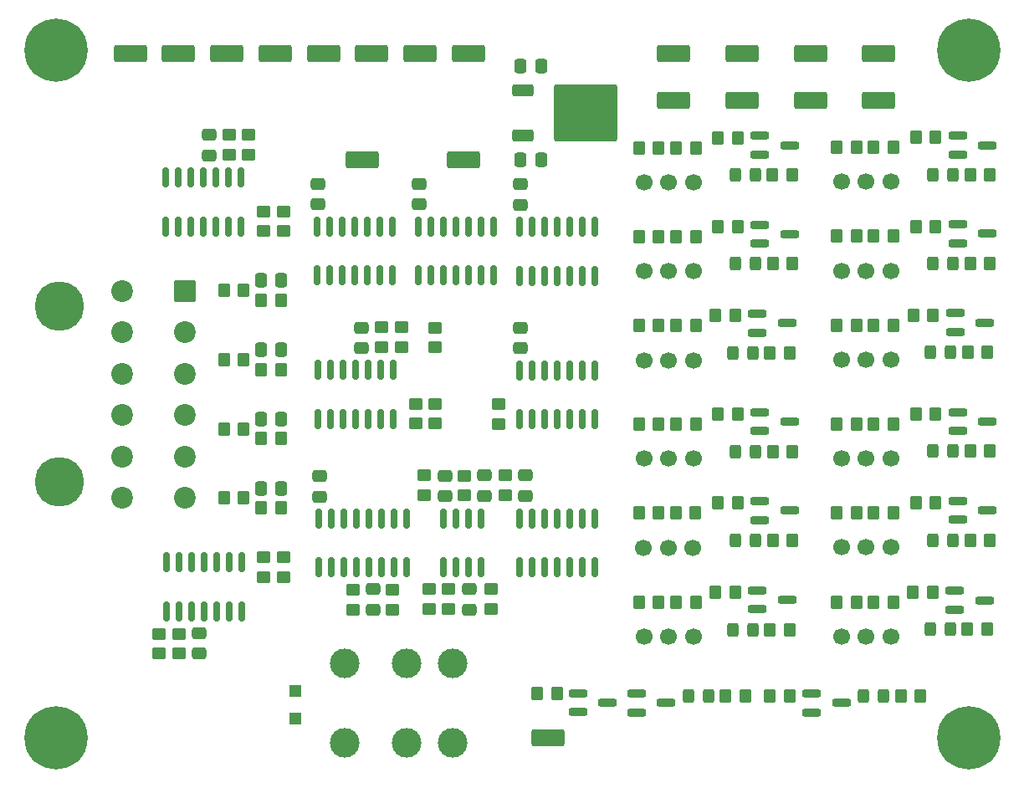
<source format=gbr>
%TF.GenerationSoftware,KiCad,Pcbnew,9.0.3*%
%TF.CreationDate,2025-12-22T19:21:40+07:00*%
%TF.ProjectId,BSPD v4 Rev 5,42535044-2076-4342-9052-657620352e6b,rev?*%
%TF.SameCoordinates,Original*%
%TF.FileFunction,Soldermask,Top*%
%TF.FilePolarity,Negative*%
%FSLAX46Y46*%
G04 Gerber Fmt 4.6, Leading zero omitted, Abs format (unit mm)*
G04 Created by KiCad (PCBNEW 9.0.3) date 2025-12-22 19:21:40*
%MOMM*%
%LPD*%
G01*
G04 APERTURE LIST*
G04 Aperture macros list*
%AMRoundRect*
0 Rectangle with rounded corners*
0 $1 Rounding radius*
0 $2 $3 $4 $5 $6 $7 $8 $9 X,Y pos of 4 corners*
0 Add a 4 corners polygon primitive as box body*
4,1,4,$2,$3,$4,$5,$6,$7,$8,$9,$2,$3,0*
0 Add four circle primitives for the rounded corners*
1,1,$1+$1,$2,$3*
1,1,$1+$1,$4,$5*
1,1,$1+$1,$6,$7*
1,1,$1+$1,$8,$9*
0 Add four rect primitives between the rounded corners*
20,1,$1+$1,$2,$3,$4,$5,0*
20,1,$1+$1,$4,$5,$6,$7,0*
20,1,$1+$1,$6,$7,$8,$9,0*
20,1,$1+$1,$8,$9,$2,$3,0*%
G04 Aperture macros list end*
%ADD10RoundRect,0.250000X0.350000X0.450000X-0.350000X0.450000X-0.350000X-0.450000X0.350000X-0.450000X0*%
%ADD11RoundRect,0.250000X-0.325000X-0.450000X0.325000X-0.450000X0.325000X0.450000X-0.325000X0.450000X0*%
%ADD12RoundRect,0.250000X0.450000X-0.350000X0.450000X0.350000X-0.450000X0.350000X-0.450000X-0.350000X0*%
%ADD13C,0.800000*%
%ADD14C,6.400000*%
%ADD15RoundRect,0.250000X-0.350000X-0.450000X0.350000X-0.450000X0.350000X0.450000X-0.350000X0.450000X0*%
%ADD16RoundRect,0.150000X0.150000X-0.825000X0.150000X0.825000X-0.150000X0.825000X-0.150000X-0.825000X0*%
%ADD17RoundRect,0.258000X-1.427000X-0.602000X1.427000X-0.602000X1.427000X0.602000X-1.427000X0.602000X0*%
%ADD18RoundRect,0.250000X-0.450000X0.350000X-0.450000X-0.350000X0.450000X-0.350000X0.450000X0.350000X0*%
%ADD19C,1.700000*%
%ADD20RoundRect,0.250000X0.475000X-0.337500X0.475000X0.337500X-0.475000X0.337500X-0.475000X-0.337500X0*%
%ADD21C,5.000000*%
%ADD22RoundRect,0.150000X0.960000X-0.950000X0.960000X0.950000X-0.960000X0.950000X-0.960000X-0.950000X0*%
%ADD23C,2.200000*%
%ADD24C,3.000000*%
%ADD25RoundRect,0.200000X-0.750000X-0.200000X0.750000X-0.200000X0.750000X0.200000X-0.750000X0.200000X0*%
%ADD26RoundRect,0.250000X-0.337500X-0.475000X0.337500X-0.475000X0.337500X0.475000X-0.337500X0.475000X0*%
%ADD27RoundRect,0.150000X-0.150000X0.825000X-0.150000X-0.825000X0.150000X-0.825000X0.150000X0.825000X0*%
%ADD28RoundRect,0.250000X-0.475000X0.337500X-0.475000X-0.337500X0.475000X-0.337500X0.475000X0.337500X0*%
%ADD29RoundRect,0.250000X-0.850000X-0.350000X0.850000X-0.350000X0.850000X0.350000X-0.850000X0.350000X0*%
%ADD30RoundRect,0.249997X-2.950003X-2.650003X2.950003X-2.650003X2.950003X2.650003X-2.950003X2.650003X0*%
%ADD31R,1.200000X1.200000*%
G04 APERTURE END LIST*
D10*
%TO.C,R52*%
X219525000Y-112030000D03*
X217525000Y-112030000D03*
%TD*%
D11*
%TO.C,D3*%
X213475000Y-102050000D03*
X215525000Y-102050000D03*
%TD*%
D12*
%TO.C,R78*%
X184750000Y-127987500D03*
X184750000Y-125987500D03*
%TD*%
D11*
%TO.C,D1*%
X213750000Y-84050000D03*
X215800000Y-84050000D03*
%TD*%
D13*
%TO.C,H4*%
X234950000Y-141000000D03*
X235652944Y-139302944D03*
X235652944Y-142697056D03*
X237350000Y-138600000D03*
D14*
X237350000Y-141000000D03*
D13*
X237350000Y-143400000D03*
X239047056Y-139302944D03*
X239047056Y-142697056D03*
X239750000Y-141000000D03*
%TD*%
D15*
%TO.C,R11*%
X204000000Y-127310000D03*
X206000000Y-127310000D03*
%TD*%
D16*
%TO.C,U20*%
X191940000Y-108762500D03*
X193210000Y-108762500D03*
X194480000Y-108762500D03*
X195750000Y-108762500D03*
X197020000Y-108762500D03*
X198290000Y-108762500D03*
X199560000Y-108762500D03*
X199560000Y-103812500D03*
X198290000Y-103812500D03*
X197020000Y-103812500D03*
X195750000Y-103812500D03*
X194480000Y-103812500D03*
X193210000Y-103812500D03*
X191940000Y-103812500D03*
%TD*%
D17*
%TO.C,TP11*%
X221333333Y-76500000D03*
%TD*%
D18*
%TO.C,R74*%
X190500000Y-114450000D03*
X190500000Y-116450000D03*
%TD*%
D15*
%TO.C,R4*%
X207750000Y-90305000D03*
X209750000Y-90305000D03*
%TD*%
D19*
%TO.C,RV2*%
X204500000Y-93805000D03*
X207000000Y-93805000D03*
X209500000Y-93805000D03*
%TD*%
D11*
%TO.C,D14*%
X208975000Y-136750000D03*
X211025000Y-136750000D03*
%TD*%
D15*
%TO.C,R6*%
X207750000Y-99300000D03*
X209750000Y-99300000D03*
%TD*%
D20*
%TO.C,C10*%
X171500000Y-87025000D03*
X171500000Y-84950000D03*
%TD*%
D21*
%TO.C,J1*%
X145300000Y-115140000D03*
X145300000Y-97360000D03*
D22*
X158000000Y-95770000D03*
D23*
X158000000Y-99960000D03*
X158000000Y-104150000D03*
X158000000Y-108350000D03*
X158000000Y-112540000D03*
X158000000Y-116730000D03*
X151650000Y-116730000D03*
X151650000Y-112540000D03*
X151650000Y-108350000D03*
X151650000Y-104150000D03*
X151650000Y-99960000D03*
X151650000Y-95770000D03*
%TD*%
D20*
%TO.C,C14*%
X188345000Y-116525000D03*
X188345000Y-114450000D03*
%TD*%
D24*
%TO.C,U23*%
X174200000Y-133500000D03*
X174200000Y-141500000D03*
X180500000Y-141500000D03*
X185150000Y-141500000D03*
X185150000Y-133500000D03*
X180500000Y-133500000D03*
%TD*%
D18*
%TO.C,R72*%
X189750000Y-107250000D03*
X189750000Y-109250000D03*
%TD*%
D16*
%TO.C,U17*%
X181690000Y-94212500D03*
X182960000Y-94212500D03*
X184230000Y-94212500D03*
X185500000Y-94212500D03*
X186770000Y-94212500D03*
X188040000Y-94212500D03*
X189310000Y-94212500D03*
X189310000Y-89262500D03*
X188040000Y-89262500D03*
X186770000Y-89262500D03*
X185500000Y-89262500D03*
X184230000Y-89262500D03*
X182960000Y-89262500D03*
X181690000Y-89262500D03*
%TD*%
D15*
%TO.C,R48*%
X231700000Y-126300000D03*
X233700000Y-126300000D03*
%TD*%
D12*
%TO.C,R82*%
X175055000Y-128025000D03*
X175055000Y-126025000D03*
%TD*%
D15*
%TO.C,R16*%
X227750000Y-90250000D03*
X229750000Y-90250000D03*
%TD*%
D19*
%TO.C,RV3*%
X204500000Y-102800000D03*
X207000000Y-102800000D03*
X209500000Y-102800000D03*
%TD*%
D15*
%TO.C,R7*%
X204000000Y-109280000D03*
X206000000Y-109280000D03*
%TD*%
D17*
%TO.C,TP15*%
X207500000Y-71750000D03*
%TD*%
D15*
%TO.C,R67*%
X165750000Y-103750000D03*
X167750000Y-103750000D03*
%TD*%
D25*
%TO.C,U8*%
X216250000Y-108080000D03*
X216250000Y-109980000D03*
X219250000Y-109030000D03*
%TD*%
D11*
%TO.C,D10*%
X233750000Y-112015000D03*
X235800000Y-112015000D03*
%TD*%
D20*
%TO.C,C18*%
X177055000Y-128062500D03*
X177055000Y-125987500D03*
%TD*%
D15*
%TO.C,R41*%
X212000000Y-117270000D03*
X214000000Y-117270000D03*
%TD*%
D25*
%TO.C,U10*%
X215975000Y-126110000D03*
X215975000Y-128010000D03*
X218975000Y-127060000D03*
%TD*%
D19*
%TO.C,RV7*%
X224500000Y-84750000D03*
X227000000Y-84750000D03*
X229500000Y-84750000D03*
%TD*%
D20*
%TO.C,C1*%
X160500000Y-82062500D03*
X160500000Y-79987500D03*
%TD*%
%TO.C,C19*%
X171695000Y-116600000D03*
X171695000Y-114525000D03*
%TD*%
D10*
%TO.C,R53*%
X219525000Y-121020000D03*
X217525000Y-121020000D03*
%TD*%
D13*
%TO.C,H2*%
X234950000Y-71400000D03*
X235652944Y-69702944D03*
X235652944Y-73097056D03*
X237350000Y-69000000D03*
D14*
X237350000Y-71400000D03*
D13*
X237350000Y-73800000D03*
X239047056Y-69702944D03*
X239047056Y-73097056D03*
X239750000Y-71400000D03*
%TD*%
%TO.C,H3*%
X142600000Y-141000000D03*
X143302944Y-139302944D03*
X143302944Y-142697056D03*
X145000000Y-138600000D03*
D14*
X145000000Y-141000000D03*
D13*
X145000000Y-143400000D03*
X146697056Y-139302944D03*
X146697056Y-142697056D03*
X147400000Y-141000000D03*
%TD*%
D10*
%TO.C,R40*%
X214000000Y-108280000D03*
X212000000Y-108280000D03*
%TD*%
D26*
%TO.C,C15*%
X192000000Y-82500000D03*
X194075000Y-82500000D03*
%TD*%
D17*
%TO.C,TP29*%
X176000000Y-82500000D03*
%TD*%
D16*
%TO.C,U19*%
X191940000Y-94250000D03*
X193210000Y-94250000D03*
X194480000Y-94250000D03*
X195750000Y-94250000D03*
X197020000Y-94250000D03*
X198290000Y-94250000D03*
X199560000Y-94250000D03*
X199560000Y-89300000D03*
X198290000Y-89300000D03*
X197020000Y-89300000D03*
X195750000Y-89300000D03*
X194480000Y-89300000D03*
X193210000Y-89300000D03*
X191940000Y-89300000D03*
%TD*%
D18*
%TO.C,R76*%
X189000000Y-125950000D03*
X189000000Y-127950000D03*
%TD*%
D15*
%TO.C,R66*%
X165750000Y-110750000D03*
X167750000Y-110750000D03*
%TD*%
D17*
%TO.C,TP2*%
X176964286Y-71750000D03*
%TD*%
D26*
%TO.C,C11*%
X192000000Y-73000000D03*
X194075000Y-73000000D03*
%TD*%
D10*
%TO.C,R56*%
X239525000Y-93000000D03*
X237525000Y-93000000D03*
%TD*%
D25*
%TO.C,U16*%
X235950000Y-126150000D03*
X235950000Y-128050000D03*
X238950000Y-127100000D03*
%TD*%
%TO.C,U26*%
X203750000Y-136550000D03*
X203750000Y-138450000D03*
X206750000Y-137500000D03*
%TD*%
D11*
%TO.C,D6*%
X213475000Y-130060000D03*
X215525000Y-130060000D03*
%TD*%
D18*
%TO.C,R32*%
X181370000Y-107225000D03*
X181370000Y-109225000D03*
%TD*%
D10*
%TO.C,R46*%
X234000000Y-108265000D03*
X232000000Y-108265000D03*
%TD*%
D17*
%TO.C,TP3*%
X214416667Y-71750000D03*
%TD*%
D18*
%TO.C,R31*%
X183370000Y-107225000D03*
X183370000Y-109225000D03*
%TD*%
D15*
%TO.C,R8*%
X207750000Y-109280000D03*
X209750000Y-109280000D03*
%TD*%
%TO.C,R42*%
X211725000Y-126310000D03*
X213725000Y-126310000D03*
%TD*%
%TO.C,R15*%
X224000000Y-90250000D03*
X226000000Y-90250000D03*
%TD*%
D11*
%TO.C,D7*%
X233750000Y-84000000D03*
X235800000Y-84000000D03*
%TD*%
D17*
%TO.C,TP4*%
X214416667Y-76500000D03*
%TD*%
D15*
%TO.C,R62*%
X162000000Y-109750000D03*
X164000000Y-109750000D03*
%TD*%
%TO.C,R64*%
X162000000Y-95750000D03*
X164000000Y-95750000D03*
%TD*%
%TO.C,R70*%
X193725000Y-136500000D03*
X195725000Y-136500000D03*
%TD*%
D11*
%TO.C,D8*%
X233750000Y-93000000D03*
X235800000Y-93000000D03*
%TD*%
D17*
%TO.C,TP10*%
X228250000Y-71750000D03*
%TD*%
D11*
%TO.C,D9*%
X233500000Y-101990000D03*
X235550000Y-101990000D03*
%TD*%
D17*
%TO.C,TP7*%
X181857143Y-71750000D03*
%TD*%
%TO.C,TP6*%
X167178571Y-71750000D03*
%TD*%
D10*
%TO.C,R55*%
X239525000Y-84000000D03*
X237525000Y-84000000D03*
%TD*%
D15*
%TO.C,R61*%
X162000000Y-116750000D03*
X164000000Y-116750000D03*
%TD*%
D18*
%TO.C,R28*%
X166000000Y-87750000D03*
X166000000Y-89750000D03*
%TD*%
D17*
%TO.C,TP30*%
X186250000Y-82500000D03*
%TD*%
D15*
%TO.C,R63*%
X162000000Y-102750000D03*
X164000000Y-102750000D03*
%TD*%
D26*
%TO.C,C8*%
X165712500Y-94750000D03*
X167787500Y-94750000D03*
%TD*%
D15*
%TO.C,R18*%
X227750000Y-99240000D03*
X229750000Y-99240000D03*
%TD*%
D25*
%TO.C,U6*%
X216250000Y-89105000D03*
X216250000Y-91005000D03*
X219250000Y-90055000D03*
%TD*%
D18*
%TO.C,R26*%
X164500000Y-80000000D03*
X164500000Y-82000000D03*
%TD*%
D11*
%TO.C,D15*%
X226700000Y-136750000D03*
X228750000Y-136750000D03*
%TD*%
D10*
%TO.C,R51*%
X219250000Y-102050000D03*
X217250000Y-102050000D03*
%TD*%
D18*
%TO.C,R29*%
X177930000Y-99475000D03*
X177930000Y-101475000D03*
%TD*%
D25*
%TO.C,U15*%
X236250000Y-117050000D03*
X236250000Y-118950000D03*
X239250000Y-118000000D03*
%TD*%
D15*
%TO.C,R38*%
X212000000Y-89305000D03*
X214000000Y-89305000D03*
%TD*%
D12*
%TO.C,R33*%
X157440000Y-132500000D03*
X157440000Y-130500000D03*
%TD*%
D15*
%TO.C,R19*%
X224000000Y-109265000D03*
X226000000Y-109265000D03*
%TD*%
D10*
%TO.C,R58*%
X239525000Y-112015000D03*
X237525000Y-112015000D03*
%TD*%
D17*
%TO.C,TP1*%
X157392857Y-71750000D03*
%TD*%
D27*
%TO.C,U2*%
X179120000Y-103775000D03*
X177850000Y-103775000D03*
X176580000Y-103775000D03*
X175310000Y-103775000D03*
X174040000Y-103775000D03*
X172770000Y-103775000D03*
X171500000Y-103775000D03*
X171500000Y-108725000D03*
X172770000Y-108725000D03*
X174040000Y-108725000D03*
X175310000Y-108725000D03*
X176580000Y-108725000D03*
X177850000Y-108725000D03*
X179120000Y-108725000D03*
%TD*%
D28*
%TO.C,C13*%
X186845000Y-125950000D03*
X186845000Y-128025000D03*
%TD*%
D15*
%TO.C,R10*%
X207725000Y-118270000D03*
X209725000Y-118270000D03*
%TD*%
D11*
%TO.C,D11*%
X233750000Y-121000000D03*
X235800000Y-121000000D03*
%TD*%
D15*
%TO.C,R3*%
X204000000Y-90305000D03*
X206000000Y-90305000D03*
%TD*%
D18*
%TO.C,R25*%
X162500000Y-80000000D03*
X162500000Y-82000000D03*
%TD*%
D15*
%TO.C,R47*%
X232000000Y-117250000D03*
X234000000Y-117250000D03*
%TD*%
D25*
%TO.C,U9*%
X216250000Y-117070000D03*
X216250000Y-118970000D03*
X219250000Y-118020000D03*
%TD*%
D26*
%TO.C,C6*%
X165712500Y-108750000D03*
X167787500Y-108750000D03*
%TD*%
D12*
%TO.C,R35*%
X166000000Y-124725000D03*
X166000000Y-122725000D03*
%TD*%
D15*
%TO.C,R24*%
X227750000Y-127300000D03*
X229750000Y-127300000D03*
%TD*%
D19*
%TO.C,RV4*%
X204500000Y-112780000D03*
X207000000Y-112780000D03*
X209500000Y-112780000D03*
%TD*%
D25*
%TO.C,U28*%
X221475000Y-136550000D03*
X221475000Y-138450000D03*
X224475000Y-137500000D03*
%TD*%
D20*
%TO.C,C16*%
X192000000Y-101575000D03*
X192000000Y-99500000D03*
%TD*%
D16*
%TO.C,U27*%
X184190000Y-123750000D03*
X185460000Y-123750000D03*
X186730000Y-123750000D03*
X188000000Y-123750000D03*
X188000000Y-118800000D03*
X186730000Y-118800000D03*
X185460000Y-118800000D03*
X184190000Y-118800000D03*
%TD*%
D10*
%TO.C,R54*%
X219250000Y-130060000D03*
X217250000Y-130060000D03*
%TD*%
D25*
%TO.C,U5*%
X216250000Y-80100000D03*
X216250000Y-82000000D03*
X219250000Y-81050000D03*
%TD*%
D17*
%TO.C,TP5*%
X162285714Y-71750000D03*
%TD*%
D15*
%TO.C,R12*%
X207750000Y-127310000D03*
X209750000Y-127310000D03*
%TD*%
D11*
%TO.C,D5*%
X213750000Y-121020000D03*
X215800000Y-121020000D03*
%TD*%
D25*
%TO.C,U12*%
X236250000Y-89050000D03*
X236250000Y-90950000D03*
X239250000Y-90000000D03*
%TD*%
D28*
%TO.C,C3*%
X159500000Y-130400000D03*
X159500000Y-132475000D03*
%TD*%
D25*
%TO.C,U24*%
X197827944Y-136527944D03*
X197827944Y-138427944D03*
X200827944Y-137477944D03*
%TD*%
D15*
%TO.C,R13*%
X224000000Y-81250000D03*
X226000000Y-81250000D03*
%TD*%
D29*
%TO.C,U22*%
X192287500Y-75500000D03*
D30*
X198587500Y-77780000D03*
D29*
X192287500Y-80060000D03*
%TD*%
D17*
%TO.C,TP13*%
X152500000Y-71750000D03*
%TD*%
D10*
%TO.C,R60*%
X239225000Y-130050000D03*
X237225000Y-130050000D03*
%TD*%
D25*
%TO.C,U7*%
X215975000Y-98100000D03*
X215975000Y-100000000D03*
X218975000Y-99050000D03*
%TD*%
D26*
%TO.C,C7*%
X165712500Y-101750000D03*
X167787500Y-101750000D03*
%TD*%
D20*
%TO.C,C2*%
X175870000Y-101575000D03*
X175870000Y-99500000D03*
%TD*%
D15*
%TO.C,R22*%
X227750000Y-118250000D03*
X229750000Y-118250000D03*
%TD*%
%TO.C,R2*%
X207750000Y-81300000D03*
X209750000Y-81300000D03*
%TD*%
%TO.C,R39*%
X211725000Y-98300000D03*
X213725000Y-98300000D03*
%TD*%
D10*
%TO.C,R49*%
X219500000Y-84050000D03*
X217500000Y-84050000D03*
%TD*%
D15*
%TO.C,R45*%
X231750000Y-98240000D03*
X233750000Y-98240000D03*
%TD*%
D10*
%TO.C,R37*%
X214000000Y-80300000D03*
X212000000Y-80300000D03*
%TD*%
D11*
%TO.C,D12*%
X233450000Y-130050000D03*
X235500000Y-130050000D03*
%TD*%
D16*
%TO.C,U3*%
X156190000Y-128200000D03*
X157460000Y-128200000D03*
X158730000Y-128200000D03*
X160000000Y-128200000D03*
X161270000Y-128200000D03*
X162540000Y-128200000D03*
X163810000Y-128200000D03*
X163810000Y-123250000D03*
X162540000Y-123250000D03*
X161270000Y-123250000D03*
X160000000Y-123250000D03*
X158730000Y-123250000D03*
X157460000Y-123250000D03*
X156190000Y-123250000D03*
%TD*%
D15*
%TO.C,R21*%
X224000000Y-118250000D03*
X226000000Y-118250000D03*
%TD*%
D17*
%TO.C,TP12*%
X228250000Y-76500000D03*
%TD*%
D16*
%TO.C,U18*%
X191940000Y-123750000D03*
X193210000Y-123750000D03*
X194480000Y-123750000D03*
X195750000Y-123750000D03*
X197020000Y-123750000D03*
X198290000Y-123750000D03*
X199560000Y-123750000D03*
X199560000Y-118800000D03*
X198290000Y-118800000D03*
X197020000Y-118800000D03*
X195750000Y-118800000D03*
X194480000Y-118800000D03*
X193210000Y-118800000D03*
X191940000Y-118800000D03*
%TD*%
D20*
%TO.C,C17*%
X184345000Y-116562500D03*
X184345000Y-114487500D03*
%TD*%
D10*
%TO.C,R59*%
X239525000Y-121000000D03*
X237525000Y-121000000D03*
%TD*%
D11*
%TO.C,D4*%
X213750000Y-112030000D03*
X215800000Y-112030000D03*
%TD*%
D18*
%TO.C,R80*%
X179000000Y-126062500D03*
X179000000Y-128062500D03*
%TD*%
D10*
%TO.C,R43*%
X234000000Y-80250000D03*
X232000000Y-80250000D03*
%TD*%
D31*
%TO.C,D13*%
X169250000Y-136250000D03*
X169250000Y-139050000D03*
%TD*%
D15*
%TO.C,R23*%
X224000000Y-127300000D03*
X226000000Y-127300000D03*
%TD*%
D19*
%TO.C,RV12*%
X224500000Y-130800000D03*
X227000000Y-130800000D03*
X229500000Y-130800000D03*
%TD*%
D25*
%TO.C,U11*%
X236250000Y-80100000D03*
X236250000Y-82000000D03*
X239250000Y-81050000D03*
%TD*%
D15*
%TO.C,R14*%
X227750000Y-81250000D03*
X229750000Y-81250000D03*
%TD*%
%TO.C,R65*%
X165750000Y-117750000D03*
X167750000Y-117750000D03*
%TD*%
D19*
%TO.C,RV11*%
X224500000Y-121750000D03*
X227000000Y-121750000D03*
X229500000Y-121750000D03*
%TD*%
D13*
%TO.C,H1*%
X142600000Y-71400000D03*
X143302944Y-69702944D03*
X143302944Y-73097056D03*
X145000000Y-69000000D03*
D14*
X145000000Y-71400000D03*
D13*
X145000000Y-73800000D03*
X146697056Y-69702944D03*
X146697056Y-73097056D03*
X147400000Y-71400000D03*
%TD*%
D18*
%TO.C,R73*%
X182250000Y-114450000D03*
X182250000Y-116450000D03*
%TD*%
D19*
%TO.C,RV8*%
X224500000Y-93750000D03*
X227000000Y-93750000D03*
X229500000Y-93750000D03*
%TD*%
D17*
%TO.C,TP33*%
X194750000Y-141000000D03*
%TD*%
D10*
%TO.C,R50*%
X219525000Y-93055000D03*
X217525000Y-93055000D03*
%TD*%
D19*
%TO.C,RV6*%
X204500000Y-130810000D03*
X207000000Y-130810000D03*
X209500000Y-130810000D03*
%TD*%
D12*
%TO.C,R36*%
X168000000Y-124725000D03*
X168000000Y-122725000D03*
%TD*%
D15*
%TO.C,R9*%
X203975000Y-118270000D03*
X205975000Y-118270000D03*
%TD*%
%TO.C,R81*%
X217225000Y-136750000D03*
X219225000Y-136750000D03*
%TD*%
%TO.C,R68*%
X165750000Y-96750000D03*
X167750000Y-96750000D03*
%TD*%
D25*
%TO.C,U13*%
X236000000Y-98040000D03*
X236000000Y-99940000D03*
X239000000Y-98990000D03*
%TD*%
D19*
%TO.C,RV10*%
X224500000Y-112765000D03*
X227000000Y-112765000D03*
X229500000Y-112765000D03*
%TD*%
D20*
%TO.C,C9*%
X192000000Y-87062500D03*
X192000000Y-84987500D03*
%TD*%
D15*
%TO.C,R1*%
X204000000Y-81300000D03*
X206000000Y-81300000D03*
%TD*%
D19*
%TO.C,RV1*%
X204500000Y-84800000D03*
X207000000Y-84800000D03*
X209500000Y-84800000D03*
%TD*%
D27*
%TO.C,U1*%
X163750000Y-84300000D03*
X162480000Y-84300000D03*
X161210000Y-84300000D03*
X159940000Y-84300000D03*
X158670000Y-84300000D03*
X157400000Y-84300000D03*
X156130000Y-84300000D03*
X156130000Y-89250000D03*
X157400000Y-89250000D03*
X158670000Y-89250000D03*
X159940000Y-89250000D03*
X161210000Y-89250000D03*
X162480000Y-89250000D03*
X163750000Y-89250000D03*
%TD*%
D16*
%TO.C,U25*%
X171555000Y-123762500D03*
X172825000Y-123762500D03*
X174095000Y-123762500D03*
X175365000Y-123762500D03*
X176635000Y-123762500D03*
X177905000Y-123762500D03*
X179175000Y-123762500D03*
X180445000Y-123762500D03*
X180445000Y-118812500D03*
X179175000Y-118812500D03*
X177905000Y-118812500D03*
X176635000Y-118812500D03*
X175365000Y-118812500D03*
X174095000Y-118812500D03*
X172825000Y-118812500D03*
X171555000Y-118812500D03*
%TD*%
D18*
%TO.C,R71*%
X183370000Y-99500000D03*
X183370000Y-101500000D03*
%TD*%
%TO.C,R27*%
X168000000Y-87750000D03*
X168000000Y-89750000D03*
%TD*%
D15*
%TO.C,R17*%
X224000000Y-99240000D03*
X226000000Y-99240000D03*
%TD*%
D16*
%TO.C,U21*%
X171440000Y-94212500D03*
X172710000Y-94212500D03*
X173980000Y-94212500D03*
X175250000Y-94212500D03*
X176520000Y-94212500D03*
X177790000Y-94212500D03*
X179060000Y-94212500D03*
X179060000Y-89262500D03*
X177790000Y-89262500D03*
X176520000Y-89262500D03*
X175250000Y-89262500D03*
X173980000Y-89262500D03*
X172710000Y-89262500D03*
X171440000Y-89262500D03*
%TD*%
D17*
%TO.C,TP8*%
X186750000Y-71750000D03*
%TD*%
D19*
%TO.C,RV5*%
X204475000Y-121770000D03*
X206975000Y-121770000D03*
X209475000Y-121770000D03*
%TD*%
D15*
%TO.C,R44*%
X232000000Y-89250000D03*
X234000000Y-89250000D03*
%TD*%
D19*
%TO.C,RV9*%
X224500000Y-102740000D03*
X227000000Y-102740000D03*
X229500000Y-102740000D03*
%TD*%
D15*
%TO.C,R5*%
X204000000Y-99300000D03*
X206000000Y-99300000D03*
%TD*%
D17*
%TO.C,TP14*%
X172071429Y-71750000D03*
%TD*%
%TO.C,TP9*%
X221333333Y-71750000D03*
%TD*%
D12*
%TO.C,R34*%
X155440000Y-132500000D03*
X155440000Y-130500000D03*
%TD*%
D10*
%TO.C,R57*%
X239275000Y-101990000D03*
X237275000Y-101990000D03*
%TD*%
D20*
%TO.C,C12*%
X181750000Y-87025000D03*
X181750000Y-84950000D03*
%TD*%
D18*
%TO.C,R30*%
X179930000Y-99475000D03*
X179930000Y-101475000D03*
%TD*%
D26*
%TO.C,C5*%
X165712500Y-115750000D03*
X167787500Y-115750000D03*
%TD*%
D10*
%TO.C,R83*%
X232475000Y-136750000D03*
X230475000Y-136750000D03*
%TD*%
D20*
%TO.C,C4*%
X192500000Y-116537500D03*
X192500000Y-114462500D03*
%TD*%
D25*
%TO.C,U14*%
X236250000Y-108065000D03*
X236250000Y-109965000D03*
X239250000Y-109015000D03*
%TD*%
D12*
%TO.C,R79*%
X186345000Y-116487500D03*
X186345000Y-114487500D03*
%TD*%
D11*
%TO.C,D2*%
X213750000Y-93055000D03*
X215800000Y-93055000D03*
%TD*%
D15*
%TO.C,R20*%
X227750000Y-109265000D03*
X229750000Y-109265000D03*
%TD*%
D10*
%TO.C,R77*%
X214750000Y-136750000D03*
X212750000Y-136750000D03*
%TD*%
D12*
%TO.C,R75*%
X182750000Y-127950000D03*
X182750000Y-125950000D03*
%TD*%
D17*
%TO.C,TP16*%
X207500000Y-76500000D03*
%TD*%
M02*

</source>
